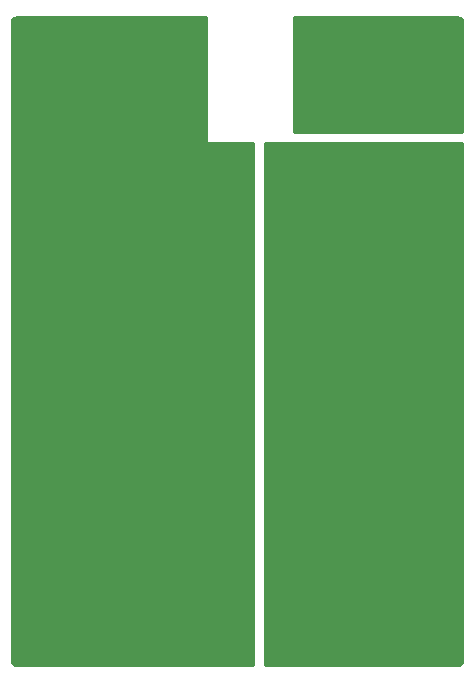
<source format=gbl>
G04 (created by PCBNEW (2013-07-07 BZR 4022)-stable) date 12/4/2019 12:35:47*
%MOIN*%
G04 Gerber Fmt 3.4, Leading zero omitted, Abs format*
%FSLAX34Y34*%
G01*
G70*
G90*
G04 APERTURE LIST*
%ADD10C,0.00590551*%
%ADD11C,0.0275591*%
%ADD12C,0.011811*%
G04 APERTURE END LIST*
G54D10*
G54D11*
X1456Y-13858D03*
X669Y-14153D03*
X4901Y-12972D03*
X6082Y-13070D03*
X5590Y-12283D03*
X6476Y-12381D03*
X5000Y-14448D03*
X6279Y-13759D03*
X5393Y-13661D03*
X6377Y-14940D03*
X5885Y-14448D03*
X5590Y-21437D03*
X6377Y-20157D03*
X6476Y-17007D03*
X1555Y-16909D03*
X3031Y-17696D03*
X2637Y-18582D03*
X570Y-18976D03*
X1358Y-18582D03*
X1850Y-19074D03*
X866Y-17795D03*
X1751Y-17893D03*
X767Y-11889D03*
X5787Y-15334D03*
X4901Y-16318D03*
X5000Y-15629D03*
X6181Y-16122D03*
X5787Y-16712D03*
X5098Y-17598D03*
X5787Y-19566D03*
X6181Y-20944D03*
X6279Y-18287D03*
X5295Y-18779D03*
X5885Y-17500D03*
X4803Y-18188D03*
X6476Y-18976D03*
X4114Y-19271D03*
X3228Y-19173D03*
X2244Y-19763D03*
X5098Y-19665D03*
X5492Y-20354D03*
X4212Y-20452D03*
X1161Y-19665D03*
X767Y-20255D03*
X3720Y-19960D03*
X2047Y-20649D03*
X2933Y-20354D03*
X4114Y-21141D03*
X4901Y-21043D03*
X2539Y-21338D03*
X964Y-21338D03*
X2440Y-15236D03*
X1358Y-15137D03*
X964Y-15728D03*
X2244Y-16122D03*
X3129Y-15826D03*
X2736Y-16811D03*
X669Y-16811D03*
X3129Y-11496D03*
X2342Y-11791D03*
X767Y-10413D03*
X1751Y-9822D03*
X1456Y-11003D03*
X2145Y-11102D03*
X1062Y-13070D03*
X1948Y-12480D03*
X3326Y-9822D03*
X6082Y-11299D03*
X5000Y-11496D03*
X6279Y-10314D03*
X5492Y-10610D03*
X5688Y-9527D03*
X4901Y-9625D03*
X2736Y-10511D03*
X3720Y-8838D03*
X2834Y-9133D03*
X866Y-9625D03*
X4507Y-8444D03*
X1555Y-8740D03*
X6279Y-3818D03*
X10137Y-826D03*
X1948Y-8149D03*
X767Y-7657D03*
X669Y-8346D03*
X1653Y-6673D03*
X669Y-6870D03*
X1555Y-7362D03*
X2539Y-7362D03*
X5000Y-8937D03*
X6279Y-8838D03*
X5885Y-8149D03*
X3031Y-8248D03*
X6476Y-5984D03*
X4901Y-6673D03*
X4015Y-7657D03*
X5885Y-6673D03*
X6279Y-7362D03*
X4901Y-7755D03*
X866Y-5000D03*
X4311Y-5885D03*
X5393Y-5787D03*
X1653Y-2933D03*
X866Y-3917D03*
X4114Y-5000D03*
X3326Y-4311D03*
X1456Y-4409D03*
X2736Y-4901D03*
X3326Y-5492D03*
X1161Y-5885D03*
X2342Y-5787D03*
X1751Y-5098D03*
X3523Y-2440D03*
X1751Y-3720D03*
X2440Y-4212D03*
X5000Y-5098D03*
X6082Y-5295D03*
X5000Y-4212D03*
X5885Y-4409D03*
X4015Y-4212D03*
X5590Y-3523D03*
X4114Y-3129D03*
X2933Y-3228D03*
X2539Y-2342D03*
X866Y-2637D03*
X1555Y-2047D03*
X5098Y-2834D03*
X4507Y-2244D03*
X3523Y-1751D03*
X2440Y-1456D03*
X964Y-1358D03*
X5984Y-2440D03*
X5098Y-1653D03*
X5787Y-1653D03*
X5984Y-669D03*
X4606Y-669D03*
X3425Y-964D03*
X4311Y-1161D03*
X5295Y-964D03*
X2637Y-669D03*
X1653Y-866D03*
X767Y-669D03*
X10492Y-18818D03*
X11771Y-18523D03*
X7854Y-9232D03*
X7854Y-4724D03*
X7854Y-7755D03*
X7854Y-6200D03*
X7854Y-12185D03*
X7854Y-13661D03*
X7854Y-10708D03*
X7854Y-15137D03*
X8996Y-4724D03*
X8996Y-7755D03*
X8996Y-6200D03*
X11909Y-12066D03*
X13385Y-12657D03*
X14015Y-5000D03*
X14704Y-4803D03*
X8996Y-21043D03*
X7854Y-21043D03*
X10551Y-11889D03*
X10570Y-6515D03*
X10374Y-4803D03*
X10492Y-8090D03*
X11653Y-9606D03*
X10984Y-10610D03*
X11279Y-12204D03*
X10787Y-13188D03*
X7854Y-16614D03*
X7854Y-19566D03*
X7854Y-18090D03*
X13287Y-21161D03*
X10984Y-18031D03*
X12106Y-20925D03*
X11476Y-15472D03*
X13562Y-14232D03*
X14429Y-14704D03*
X11673Y-13799D03*
X10590Y-17106D03*
X13169Y-13464D03*
X14448Y-13917D03*
X10551Y-16102D03*
X13169Y-18149D03*
X12755Y-14901D03*
X10629Y-19744D03*
X11870Y-14586D03*
X10728Y-14724D03*
X14665Y-12696D03*
X13484Y-15708D03*
X14724Y-18425D03*
X14173Y-12263D03*
X11968Y-1397D03*
X14232Y-2874D03*
X10708Y-3582D03*
X12952Y-3366D03*
X12027Y-3622D03*
X14685Y-3326D03*
X13759Y-3287D03*
X11889Y-551D03*
X10610Y-492D03*
X10177Y-3248D03*
X10649Y-2539D03*
X10374Y-1929D03*
X10531Y-1220D03*
X11003Y-1771D03*
X11397Y-1141D03*
X12185Y-2007D03*
X12066Y-2854D03*
X11279Y-3169D03*
X11358Y-2303D03*
X10433Y-5905D03*
X11811Y-8562D03*
X10433Y-7480D03*
X14074Y-13090D03*
X14665Y-15944D03*
X11220Y-11417D03*
X11811Y-10137D03*
X13818Y-1811D03*
X13543Y-2578D03*
X14330Y-2263D03*
X14448Y-1417D03*
X13661Y-551D03*
X14488Y-708D03*
X13267Y-1181D03*
X12795Y-629D03*
X12637Y-1338D03*
X13110Y-2047D03*
X12539Y-2559D03*
X13248Y-11948D03*
X13858Y-11653D03*
X11555Y-10787D03*
X11003Y-21003D03*
X12480Y-14153D03*
X13484Y-9685D03*
X12598Y-9842D03*
X11811Y-13051D03*
X12755Y-12578D03*
X14625Y-11633D03*
X14625Y-10866D03*
X14448Y-10000D03*
X12559Y-10590D03*
X14173Y-9035D03*
X13681Y-10708D03*
X12263Y-9094D03*
X10807Y-8562D03*
X12933Y-8346D03*
X13484Y-17086D03*
X14035Y-8169D03*
X10807Y-9724D03*
X14625Y-7578D03*
X11968Y-7755D03*
X14783Y-6397D03*
X10964Y-7755D03*
X13307Y-7559D03*
X14035Y-7066D03*
X12204Y-6929D03*
X11181Y-6850D03*
X14153Y-5629D03*
X13228Y-6062D03*
X12066Y-6279D03*
X11338Y-5905D03*
X13149Y-5039D03*
X13464Y-6692D03*
X12047Y-5196D03*
X10866Y-5196D03*
X8996Y-15137D03*
X8996Y-16614D03*
X8996Y-19566D03*
X8996Y-18090D03*
X8996Y-12185D03*
X8996Y-13661D03*
X8996Y-10708D03*
X8996Y-9232D03*
G54D10*
G36*
X15157Y-3976D02*
X9606Y-3976D01*
X9606Y-196D01*
X15039Y-196D01*
X15095Y-207D01*
X15126Y-228D01*
X15146Y-258D01*
X15157Y-315D01*
X15157Y-3976D01*
X15157Y-3976D01*
G37*
G54D12*
X15157Y-3976D02*
X9606Y-3976D01*
X9606Y-196D01*
X15039Y-196D01*
X15095Y-207D01*
X15126Y-228D01*
X15146Y-258D01*
X15157Y-315D01*
X15157Y-3976D01*
G54D10*
G36*
X8208Y-21751D02*
X315Y-21751D01*
X258Y-21740D01*
X228Y-21720D01*
X207Y-21689D01*
X196Y-21634D01*
X196Y-314D01*
X207Y-259D01*
X228Y-228D01*
X258Y-207D01*
X315Y-196D01*
X6633Y-196D01*
X6633Y-4389D01*
X8208Y-4389D01*
X8208Y-21751D01*
X8208Y-21751D01*
G37*
G54D12*
X8208Y-21751D02*
X315Y-21751D01*
X258Y-21740D01*
X228Y-21720D01*
X207Y-21689D01*
X196Y-21634D01*
X196Y-314D01*
X207Y-259D01*
X228Y-228D01*
X258Y-207D01*
X315Y-196D01*
X6633Y-196D01*
X6633Y-4389D01*
X8208Y-4389D01*
X8208Y-21751D01*
G54D10*
G36*
X15157Y-21633D02*
X15146Y-21689D01*
X15126Y-21720D01*
X15095Y-21741D01*
X15039Y-21751D01*
X8622Y-21751D01*
X8622Y-4389D01*
X15157Y-4389D01*
X15157Y-21633D01*
X15157Y-21633D01*
G37*
G54D12*
X15157Y-21633D02*
X15146Y-21689D01*
X15126Y-21720D01*
X15095Y-21741D01*
X15039Y-21751D01*
X8622Y-21751D01*
X8622Y-4389D01*
X15157Y-4389D01*
X15157Y-21633D01*
M02*

</source>
